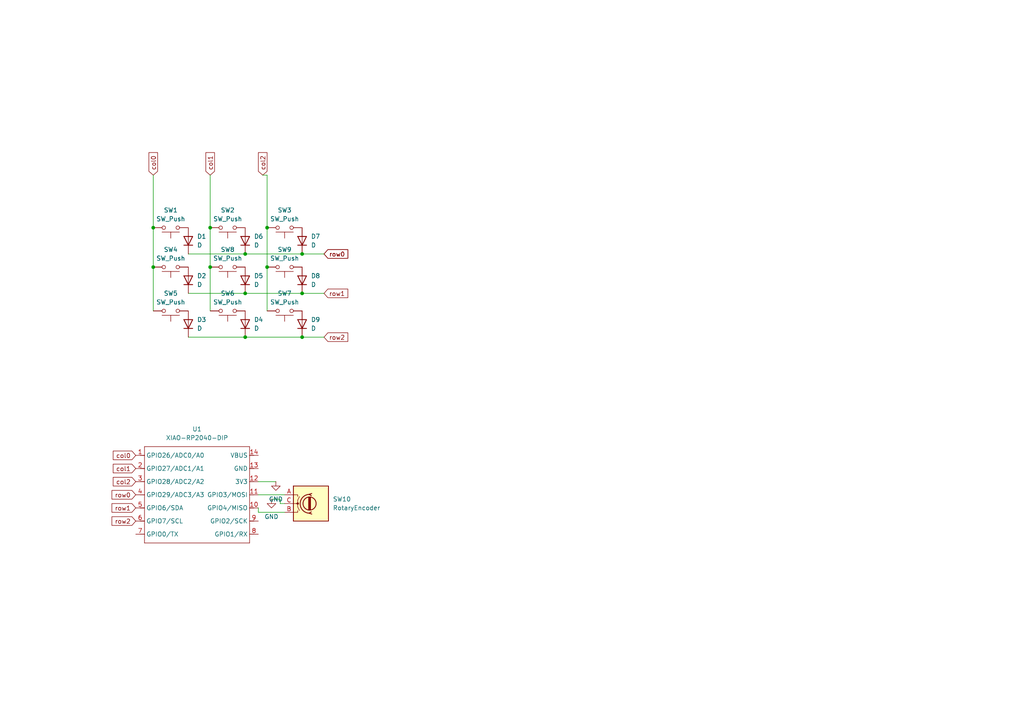
<source format=kicad_sch>
(kicad_sch (version 20250114) (generator "eeschema") (generator_version "9.0")
  (paper "A4")
  (lib_symbols
    (symbol "Device:D" (pin_numbers (hide yes)) (pin_names (offset 1.016) (hide yes))
      (property "Reference" "D" (at 0 2.54 0))
      (property "Value" "D" (at 0 -2.54 0))
      (symbol "D_0_1"
        (polyline (pts (xy -1.27 1.27) (xy -1.27 -1.27)) (stroke (width 0.254)))
        (polyline (pts (xy 1.27 1.27) (xy 1.27 -1.27) (xy -1.27 0) (xy 1.27 1.27)) (stroke (width 0.254)))
        (polyline (pts (xy 1.27 0) (xy -1.27 0)))
      )
      (symbol "D_1_1"
        (pin passive line (at -3.81 0 0) (length 2.54) (name "K") (number "1"))
        (pin passive line (at 3.81 0 180) (length 2.54) (name "A") (number "2"))
      )
    )
    (symbol "Device:RotaryEncoder" (pin_names (offset 0.254) (hide yes))
      (property "Reference" "SW" (at 0 6.604 0))
      (property "Value" "RotaryEncoder" (at 0 -6.604 0))
      (symbol "RotaryEncoder_0_1"
        (rectangle (start -5.08 5.08) (end 5.08 -5.08) (stroke (width 0.254)) (fill (type background)))
        (polyline (pts (xy -5.08 2.54) (xy -3.81 2.54) (xy -3.81 2.032)))
        (polyline (pts (xy -5.08 0) (xy -3.81 0) (xy -3.81 -1.016) (xy -3.302 -2.032)))
        (polyline (pts (xy -5.08 -2.54) (xy -3.81 -2.54) (xy -3.81 -2.032)))
        (polyline (pts (xy -4.318 0) (xy -3.81 0) (xy -3.81 1.016) (xy -3.302 2.032)))
        (circle (center -3.81 0) (radius 0.254) (fill (type outline)))
        (polyline (pts (xy -0.635 -1.778) (xy -0.635 1.778)) (stroke (width 0.254)))
        (circle (center -0.381 0) (radius 1.905) (stroke (width 0.254)))
        (polyline (pts (xy -0.381 -1.778) (xy -0.381 1.778)) (stroke (width 0.254)))
        (arc (start -0.381 -2.794) (mid -3.0988 -0.0635) (end -0.381 2.667) (stroke (width 0.254)))
        (polyline (pts (xy -0.127 1.778) (xy -0.127 -1.778)) (stroke (width 0.254)))
        (polyline (pts (xy 0.254 2.921) (xy -0.508 2.667) (xy 0.127 2.286)) (stroke (width 0.254)))
        (polyline (pts (xy 0.254 -3.048) (xy -0.508 -2.794) (xy 0.127 -2.413)) (stroke (width 0.254)))
      )
      (symbol "RotaryEncoder_1_1"
        (pin passive line (at -7.62 2.54 0) (length 2.54) (name "A") (number "A"))
        (pin passive line (at -7.62 0 0) (length 2.54) (name "C") (number "C"))
        (pin passive line (at -7.62 -2.54 0) (length 2.54) (name "B") (number "B"))
      )
    )
    (symbol "Seeed_Studio_XIAO_Series:XIAO-RP2040-DIP"
      (property "Reference" "U" (at 0 0 0))
      (property "Value" "XIAO-RP2040-DIP" (at 5.334 -1.778 0))
      (symbol "XIAO-RP2040-DIP_1_0"
        (polyline (pts (xy -1.27 -2.54) (xy 29.21 -2.54)) (stroke (width 0.1524)))
        (polyline (pts (xy -1.27 -5.08) (xy -2.54 -5.08)) (stroke (width 0.1524)))
        (polyline (pts (xy -1.27 -5.08) (xy -1.27 -2.54)) (stroke (width 0.1524)))
        (polyline (pts (xy -1.27 -8.89) (xy -2.54 -8.89)) (stroke (width 0.1524)))
        (polyline (pts (xy -1.27 -8.89) (xy -1.27 -5.08)) (stroke (width 0.1524)))
        (polyline (pts (xy -1.27 -12.7) (xy -2.54 -12.7)) (stroke (width 0.1524)))
        (polyline (pts (xy -1.27 -12.7) (xy -1.27 -8.89)) (stroke (width 0.1524)))
        (polyline (pts (xy -1.27 -16.51) (xy -2.54 -16.51)) (stroke (width 0.1524)))
        (polyline (pts (xy -1.27 -16.51) (xy -1.27 -12.7)) (stroke (width 0.1524)))
        (polyline (pts (xy -1.27 -20.32) (xy -2.54 -20.32)) (stroke (width 0.1524)))
        (polyline (pts (xy -1.27 -24.13) (xy -2.54 -24.13)) (stroke (width 0.1524)))
        (polyline (pts (xy -1.27 -27.94) (xy -2.54 -27.94)) (stroke (width 0.1524)))
        (polyline (pts (xy -1.27 -30.48) (xy -1.27 -16.51)) (stroke (width 0.1524)))
        (polyline (pts (xy 29.21 -2.54) (xy 29.21 -5.08)) (stroke (width 0.1524)))
        (polyline (pts (xy 29.21 -5.08) (xy 29.21 -8.89)) (stroke (width 0.1524)))
        (polyline (pts (xy 29.21 -8.89) (xy 29.21 -12.7)) (stroke (width 0.1524)))
        (polyline (pts (xy 29.21 -12.7) (xy 29.21 -30.48)) (stroke (width 0.1524)))
        (polyline (pts (xy 29.21 -30.48) (xy -1.27 -30.48)) (stroke (width 0.1524)))
        (polyline (pts (xy 30.48 -5.08) (xy 29.21 -5.08)) (stroke (width 0.1524)))
        (polyline (pts (xy 30.48 -8.89) (xy 29.21 -8.89)) (stroke (width 0.1524)))
        (polyline (pts (xy 30.48 -12.7) (xy 29.21 -12.7)) (stroke (width 0.1524)))
        (polyline (pts (xy 30.48 -16.51) (xy 29.21 -16.51)) (stroke (width 0.1524)))
        (polyline (pts (xy 30.48 -20.32) (xy 29.21 -20.32)) (stroke (width 0.1524)))
        (polyline (pts (xy 30.48 -24.13) (xy 29.21 -24.13)) (stroke (width 0.1524)))
        (polyline (pts (xy 30.48 -27.94) (xy 29.21 -27.94)) (stroke (width 0.1524)))
        (pin passive line (at -3.81 -5.08 0) (length 2.54) (name "GPIO26/ADC0/A0") (number "1"))
        (pin passive line (at -3.81 -8.89 0) (length 2.54) (name "GPIO27/ADC1/A1") (number "2"))
        (pin passive line (at -3.81 -12.7 0) (length 2.54) (name "GPIO28/ADC2/A2") (number "3"))
        (pin passive line (at -3.81 -16.51 0) (length 2.54) (name "GPIO29/ADC3/A3") (number "4"))
        (pin passive line (at -3.81 -20.32 0) (length 2.54) (name "GPIO6/SDA") (number "5"))
        (pin passive line (at -3.81 -24.13 0) (length 2.54) (name "GPIO7/SCL") (number "6"))
        (pin passive line (at -3.81 -27.94 0) (length 2.54) (name "GPIO0/TX") (number "7"))
        (pin passive line (at 31.75 -5.08 180) (length 2.54) (name "VBUS") (number "14"))
        (pin passive line (at 31.75 -8.89 180) (length 2.54) (name "GND") (number "13"))
        (pin passive line (at 31.75 -12.7 180) (length 2.54) (name "3V3") (number "12"))
        (pin passive line (at 31.75 -16.51 180) (length 2.54) (name "GPIO3/MOSI") (number "11"))
        (pin passive line (at 31.75 -20.32 180) (length 2.54) (name "GPIO4/MISO") (number "10"))
        (pin passive line (at 31.75 -24.13 180) (length 2.54) (name "GPIO2/SCK") (number "9"))
        (pin passive line (at 31.75 -27.94 180) (length 2.54) (name "GPIO1/RX") (number "8"))
      )
    )
    (symbol "Switch:SW_Push" (pin_numbers (hide yes)) (pin_names (offset 1.016) (hide yes))
      (property "Reference" "SW" (at 1.27 2.54 0))
      (property "Value" "SW_Push" (at 0 -1.524 0))
      (symbol "SW_Push_0_1"
        (circle (center -2.032 0) (radius 0.508))
        (polyline (pts (xy 0 1.27) (xy 0 3.048)))
        (circle (center 2.032 0) (radius 0.508))
        (polyline (pts (xy 2.54 1.27) (xy -2.54 1.27)))
        (pin passive line (at -5.08 0 0) (length 2.54) (name "1") (number "1"))
        (pin passive line (at 5.08 0 180) (length 2.54) (name "2") (number "2"))
      )
    )
    (symbol "power:GND" (power) (pin_numbers (hide yes)) (pin_names (offset 0) (hide yes))
      (property "Value" "GND" (at 0 -3.81 0))
      (symbol "GND_0_1"
        (polyline (pts (xy 0 0) (xy 0 -1.27) (xy 1.27 -1.27) (xy 0 -2.54) (xy -1.27 -1.27) (xy 0 -1.27)))
      )
      (symbol "GND_1_1"
        (pin power_in line (at 0 0 270) (length 0) (name "~") (number "1"))
      )
    )
  )
  (junction (at 71.12 97.79))
  (junction (at 44.45 77.47))
  (junction (at 77.47 66.04))
  (junction (at 44.45 66.04))
  (junction (at 87.63 85.09))
  (junction (at 60.96 77.47))
  (junction (at 60.96 66.04))
  (junction (at 87.63 73.66))
  (junction (at 71.12 73.66))
  (junction (at 87.63 97.79))
  (junction (at 77.47 77.47))
  (junction (at 71.12 85.09))
  (wire (pts (xy 77.47 50.8) (xy 77.47 66.04)))
  (wire (pts (xy 71.12 97.79) (xy 87.63 97.79)))
  (wire (pts (xy 87.63 73.66) (xy 93.98 73.66)))
  (wire (pts (xy 87.63 85.09) (xy 93.98 85.09)))
  (wire (pts (xy 54.61 97.79) (xy 71.12 97.79)))
  (wire (pts (xy 81.28 144.78) (xy 81.28 146.05)))
  (wire (pts (xy 71.12 73.66) (xy 87.63 73.66)))
  (wire (pts (xy 60.96 66.04) (xy 60.96 77.47)))
  (wire (pts (xy 60.96 77.47) (xy 60.96 90.17)))
  (wire (pts (xy 44.45 66.04) (xy 44.45 77.47)))
  (wire (pts (xy 74.93 147.32) (xy 74.93 148.59)))
  (wire (pts (xy 71.12 85.09) (xy 87.63 85.09)))
  (wire (pts (xy 54.61 73.66) (xy 71.12 73.66)))
  (wire (pts (xy 81.28 146.05) (xy 82.55 146.05)))
  (wire (pts (xy 74.93 148.59) (xy 82.55 148.59)))
  (wire (pts (xy 60.96 50.8) (xy 60.96 66.04)))
  (wire (pts (xy 54.61 85.09) (xy 71.12 85.09)))
  (wire (pts (xy 76.2 50.8) (xy 77.47 50.8)))
  (wire (pts (xy 74.93 139.7) (xy 80.01 139.7)))
  (wire (pts (xy 74.93 143.51) (xy 82.55 143.51)))
  (wire (pts (xy 77.47 77.47) (xy 77.47 90.17)))
  (wire (pts (xy 78.74 144.78) (xy 81.28 144.78)))
  (wire (pts (xy 77.47 66.04) (xy 77.47 77.47)))
  (wire (pts (xy 87.63 97.79) (xy 93.98 97.79)))
  (wire (pts (xy 44.45 77.47) (xy 44.45 90.17)))
  (wire (pts (xy 44.45 50.8) (xy 44.45 66.04)))
  (global_label "col2" (shape input) (at 76.2 50.8 90) (property "Intersheetrefs" "${INTERSHEET_REFS}" (effects (hide yes))))
  (global_label "col2" (shape input) (at 39.37 139.7 180) (property "Intersheetrefs" "${INTERSHEET_REFS}" (effects (hide yes))))
  (global_label "row2" (shape input) (at 39.37 151.13 180) (property "Intersheetrefs" "${INTERSHEET_REFS}" (effects (hide yes))))
  (global_label "row1" (shape input) (at 93.98 85.09 0) (property "Intersheetrefs" "${INTERSHEET_REFS}" (effects (hide yes))))
  (global_label "col0" (shape input) (at 39.37 132.08 180) (property "Intersheetrefs" "${INTERSHEET_REFS}" (effects (hide yes))))
  (global_label "col0" (shape input) (at 44.45 50.8 90) (property "Intersheetrefs" "${INTERSHEET_REFS}" (effects (hide yes))))
  (global_label "row2" (shape input) (at 93.98 97.79 0) (property "Intersheetrefs" "${INTERSHEET_REFS}" (effects (hide yes))))
  (global_label "row0" (shape input) (at 39.37 143.51 180) (property "Intersheetrefs" "${INTERSHEET_REFS}" (effects (hide yes))))
  (global_label "row0" (shape input) (at 93.98 73.66 0) (property "Intersheetrefs" "${INTERSHEET_REFS}" (effects (hide yes))))
  (global_label "row1" (shape input) (at 39.37 147.32 180) (property "Intersheetrefs" "${INTERSHEET_REFS}" (effects (hide yes))))
  (global_label "row0" (shape input) (at 93.98 73.66 0) (property "Intersheetrefs" "${INTERSHEET_REFS}" (effects (hide yes))))
  (global_label "col1" (shape input) (at 39.37 135.89 180) (property "Intersheetrefs" "${INTERSHEET_REFS}" (effects (hide yes))))
  (global_label "col1" (shape input) (at 60.96 50.8 90) (property "Intersheetrefs" "${INTERSHEET_REFS}" (effects (hide yes))))
  (symbol (lib_id "Device:D") (at 54.61 81.28 90) (unit 1)
    (property "Reference" "D2" (at 57.15 80.0099 90) (effects (justify right)))
    (property "Value" "D" (at 57.15 82.5499 90) (effects (justify right)))
    (property "Footprint" "Diode_THT:D_DO-35_SOD27_P2.54mm_Vertical_AnodeUp" (effects (hide yes)))
    (property "Description" "Diode" (effects (hide yes)))
    (property "Sim.Device" "D" (effects (hide yes)))
    (property "Sim.Pins" "1=K 2=A" (effects (hide yes)))
  )
  (symbol (lib_id "Switch:SW_Push") (at 82.55 90.17 180) (unit 1)
    (property "Reference" "SW7" (at 82.55 85.09 0))
    (property "Value" "SW_Push" (at 82.55 87.63 0))
    (property "Footprint" "Button_Switch_Keyboard:SW_Cherry_MX_1.00u_PCB" (effects (hide yes)))
    (property "Description" "Push button switch, generic, two pins" (effects (hide yes)))
  )
  (symbol (lib_id "Device:D") (at 87.63 81.28 90) (unit 1)
    (property "Reference" "D8" (at 90.17 80.0099 90) (effects (justify right)))
    (property "Value" "D" (at 90.17 82.5499 90) (effects (justify right)))
    (property "Footprint" "Diode_THT:D_DO-35_SOD27_P2.54mm_Vertical_AnodeUp" (effects (hide yes)))
    (property "Description" "Diode" (effects (hide yes)))
    (property "Sim.Device" "D" (effects (hide yes)))
    (property "Sim.Pins" "1=K 2=A" (effects (hide yes)))
  )
  (symbol (lib_id "Switch:SW_Push") (at 49.53 77.47 180) (unit 1)
    (property "Reference" "SW4" (at 49.53 72.39 0))
    (property "Value" "SW_Push" (at 49.53 74.93 0))
    (property "Footprint" "Button_Switch_Keyboard:SW_Cherry_MX_1.00u_PCB" (effects (hide yes)))
    (property "Description" "Push button switch, generic, two pins" (effects (hide yes)))
  )
  (symbol (lib_id "Device:D") (at 87.63 93.98 90) (unit 1)
    (property "Reference" "D9" (at 90.17 92.7099 90) (effects (justify right)))
    (property "Value" "D" (at 90.17 95.2499 90) (effects (justify right)))
    (property "Footprint" "Diode_THT:D_DO-35_SOD27_P2.54mm_Vertical_AnodeUp" (effects (hide yes)))
    (property "Description" "Diode" (effects (hide yes)))
    (property "Sim.Device" "D" (effects (hide yes)))
    (property "Sim.Pins" "1=K 2=A" (effects (hide yes)))
  )
  (symbol (lib_id "Device:D") (at 71.12 81.28 90) (unit 1)
    (property "Reference" "D5" (at 73.66 80.0099 90) (effects (justify right)))
    (property "Value" "D" (at 73.66 82.5499 90) (effects (justify right)))
    (property "Footprint" "Diode_THT:D_DO-35_SOD27_P2.54mm_Vertical_AnodeUp" (effects (hide yes)))
    (property "Description" "Diode" (effects (hide yes)))
    (property "Sim.Device" "D" (effects (hide yes)))
    (property "Sim.Pins" "1=K 2=A" (effects (hide yes)))
  )
  (symbol (lib_id "Seeed_Studio_XIAO_Series:XIAO-RP2040-DIP") (at 43.18 127 0) (unit 1)
    (property "Reference" "U1" (at 57.15 124.46 0))
    (property "Value" "XIAO-RP2040-DIP" (at 57.15 127 0))
    (property "Footprint" "Module:MOUDLE14P-XIAO-DIP-SMD" (effects (hide yes)))
  )
  (symbol (lib_id "Device:D") (at 71.12 69.85 90) (unit 1)
    (property "Reference" "D6" (at 73.66 68.5799 90) (effects (justify right)))
    (property "Value" "D" (at 73.66 71.1199 90) (effects (justify right)))
    (property "Footprint" "Diode_THT:D_DO-35_SOD27_P2.54mm_Vertical_AnodeUp" (effects (hide yes)))
    (property "Description" "Diode" (effects (hide yes)))
    (property "Sim.Device" "D" (effects (hide yes)))
    (property "Sim.Pins" "1=K 2=A" (effects (hide yes)))
  )
  (symbol (lib_id "Switch:SW_Push") (at 66.04 90.17 180) (unit 1)
    (property "Reference" "SW6" (at 66.04 85.09 0))
    (property "Value" "SW_Push" (at 66.04 87.63 0))
    (property "Footprint" "Button_Switch_Keyboard:SW_Cherry_MX_1.00u_PCB" (effects (hide yes)))
    (property "Description" "Push button switch, generic, two pins" (effects (hide yes)))
  )
  (symbol (lib_id "Device:D") (at 87.63 69.85 90) (unit 1)
    (property "Reference" "D7" (at 90.17 68.5799 90) (effects (justify right)))
    (property "Value" "D" (at 90.17 71.1199 90) (effects (justify right)))
    (property "Footprint" "Diode_THT:D_DO-35_SOD27_P2.54mm_Vertical_AnodeUp" (effects (hide yes)))
    (property "Description" "Diode" (effects (hide yes)))
    (property "Sim.Device" "D" (effects (hide yes)))
    (property "Sim.Pins" "1=K 2=A" (effects (hide yes)))
  )
  (symbol (lib_id "Switch:SW_Push") (at 82.55 66.04 180) (unit 1)
    (property "Reference" "SW3" (at 82.55 60.96 0))
    (property "Value" "SW_Push" (at 82.55 63.5 0))
    (property "Footprint" "Button_Switch_Keyboard:SW_Cherry_MX_1.00u_PCB" (effects (hide yes)))
    (property "Description" "Push button switch, generic, two pins" (effects (hide yes)))
  )
  (symbol (lib_id "Switch:SW_Push") (at 66.04 66.04 180) (unit 1)
    (property "Reference" "SW2" (at 66.04 60.96 0))
    (property "Value" "SW_Push" (at 66.04 63.5 0))
    (property "Footprint" "Button_Switch_Keyboard:SW_Cherry_MX_1.00u_PCB" (effects (hide yes)))
    (property "Description" "Push button switch, generic, two pins" (effects (hide yes)))
  )
  (symbol (lib_id "Switch:SW_Push") (at 49.53 90.17 180) (unit 1)
    (property "Reference" "SW5" (at 49.53 85.09 0))
    (property "Value" "SW_Push" (at 49.53 87.63 0))
    (property "Footprint" "Button_Switch_Keyboard:SW_Cherry_MX_1.00u_PCB" (effects (hide yes)))
    (property "Description" "Push button switch, generic, two pins" (effects (hide yes)))
  )
  (symbol (lib_id "Switch:SW_Push") (at 82.55 77.47 180) (unit 1)
    (property "Reference" "SW9" (at 82.55 72.39 0))
    (property "Value" "SW_Push" (at 82.55 74.93 0))
    (property "Footprint" "Button_Switch_Keyboard:SW_Cherry_MX_1.00u_PCB" (effects (hide yes)))
    (property "Description" "Push button switch, generic, two pins" (effects (hide yes)))
  )
  (symbol (lib_id "power:GND") (at 78.74 144.78 0) (unit 1)
    (property "Reference" "#PWR01" (effects (hide yes)))
    (property "Value" "GND" (at 78.74 149.86 0))
    (property "Description" "Power symbol creates a global label with name \"GND\" , ground" (effects (hide yes)))
  )
  (symbol (lib_id "Switch:SW_Push") (at 66.04 77.47 180) (unit 1)
    (property "Reference" "SW8" (at 66.04 72.39 0))
    (property "Value" "SW_Push" (at 66.04 74.93 0))
    (property "Footprint" "Button_Switch_Keyboard:SW_Cherry_MX_1.00u_PCB" (effects (hide yes)))
    (property "Description" "Push button switch, generic, two pins" (effects (hide yes)))
  )
  (symbol (lib_id "Device:RotaryEncoder") (at 90.17 146.05 0) (unit 1)
    (property "Reference" "SW10" (at 96.52 144.7799 0) (effects (justify left)))
    (property "Value" "RotaryEncoder" (at 96.52 147.3199 0) (effects (justify left)))
    (property "Footprint" "Rotary_Encoder:RotaryEncoder_Alps_EC11E-Switch_Vertical_H20mm_CircularMountingHoles" (effects (hide yes)))
    (property "Description" "Rotary encoder, dual channel, incremental quadrate outputs" (effects (hide yes)))
  )
  (symbol (lib_id "Device:D") (at 54.61 93.98 90) (unit 1)
    (property "Reference" "D3" (at 57.15 92.7099 90) (effects (justify right)))
    (property "Value" "D" (at 57.15 95.2499 90) (effects (justify right)))
    (property "Footprint" "Diode_THT:D_DO-35_SOD27_P2.54mm_Vertical_AnodeUp" (effects (hide yes)))
    (property "Description" "Diode" (effects (hide yes)))
    (property "Sim.Device" "D" (effects (hide yes)))
    (property "Sim.Pins" "1=K 2=A" (effects (hide yes)))
  )
  (symbol (lib_id "power:GND") (at 80.01 139.7 0) (unit 1)
    (property "Reference" "#PWR02" (effects (hide yes)))
    (property "Value" "GND" (at 80.01 144.78 0))
    (property "Description" "Power symbol creates a global label with name \"GND\" , ground" (effects (hide yes)))
  )
  (symbol (lib_id "Switch:SW_Push") (at 49.53 66.04 180) (unit 1)
    (property "Reference" "SW1" (at 49.53 60.96 0))
    (property "Value" "SW_Push" (at 49.53 63.5 0))
    (property "Footprint" "Button_Switch_Keyboard:SW_Cherry_MX_1.00u_PCB" (effects (hide yes)))
    (property "Description" "Push button switch, generic, two pins" (effects (hide yes)))
  )
  (symbol (lib_id "Device:D") (at 54.61 69.85 90) (unit 1)
    (property "Reference" "D1" (at 57.15 68.5799 90) (effects (justify right)))
    (property "Value" "D" (at 57.15 71.1199 90) (effects (justify right)))
    (property "Footprint" "Diode_THT:D_DO-35_SOD27_P2.54mm_Vertical_AnodeUp" (effects (hide yes)))
    (property "Description" "Diode" (effects (hide yes)))
    (property "Sim.Device" "D" (effects (hide yes)))
    (property "Sim.Pins" "1=K 2=A" (effects (hide yes)))
  )
  (symbol (lib_id "Device:D") (at 71.12 93.98 90) (unit 1)
    (property "Reference" "D4" (at 73.66 92.7099 90) (effects (justify right)))
    (property "Value" "D" (at 73.66 95.2499 90) (effects (justify right)))
    (property "Footprint" "Diode_THT:D_DO-35_SOD27_P2.54mm_Vertical_AnodeUp" (effects (hide yes)))
    (property "Description" "Diode" (effects (hide yes)))
    (property "Sim.Device" "D" (effects (hide yes)))
    (property "Sim.Pins" "1=K 2=A" (effects (hide yes)))
  )
)
</source>
